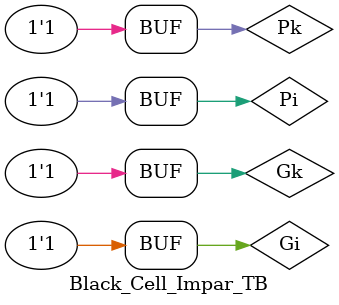
<source format=v>


module Black_Cell_Impar_TB ();
	reg Gi;
	reg Pi;
	reg Gk;
	reg Pk;
	wire Go;
	wire Po;

	Black_Cell_Impar uut(Gi, Pi, Gk, Pk, Go, Po);

	initial begin 
		Gi = 1'b0;
		Pi = 1'b0;
		Gk = 1'b0; 
		Pk = 1'b0;
	#10
		Gi = 1'b0;
		Pi = 1'b0;
		Gk = 1'b0;
		Pk = 1'b1;
	#10
		Gi = 1'b0;
		Pi = 1'b0;
		Gk = 1'b1;
		Pk = 1'b0;
	#10
		Gi = 1'b0;
		Pi = 1'b0;
		Gk = 1'b1;
		Pk = 1'b1;
	#10
		Gi = 1'b0;
		Pi = 1'b1;
		Gk = 1'b0;
		Pk = 1'b0;
	#10
		Gi = 1'b0;
		Pi = 1'b1;
		Gk = 1'b0;
		Pk = 1'b1;
	#10
		Gi = 1'b0;
		Pi = 1'b1;
		Gk = 1'b1;
		Pk = 1'b0;
	#10
		Gi = 1'b0;
		Pi = 1'b1;
		Gk = 1'b1;
		Pk = 1'b1;
	#10
		Gi = 1'b1;
		Pi = 1'b0;
		Gk = 1'b0;
		Pk = 1'b0;
	#10
		Gi = 1'b1;
		Pi = 1'b0;
		Gk = 1'b0;
		Pk = 1'b1;
	#10
		Gi = 1'b1;
		Pi = 1'b0;
		Gk = 1'b1;
		Pk = 1'b0;
	#10
		Gi = 1'b1;
		Pi = 1'b0;
		Gk = 1'b1;
		Pk = 1'b1;
	#10
		Gi = 1'b1;
		Pi = 1'b1;
		Gk = 1'b0;
		Pk = 1'b0;
	#10
		Gi = 1'b1;
		Pi = 1'b1;
		Gk = 1'b0;
		Pk = 1'b1;
	#10
		Gi = 1'b1;
		Pi = 1'b1;
		Gk = 1'b1;
		Pk = 1'b0;
	#10
		Gi = 1'b1;
		Pi = 1'b1;
		Gk = 1'b1;
		Pk = 1'b1;
	#10;
	end
endmodule

</source>
